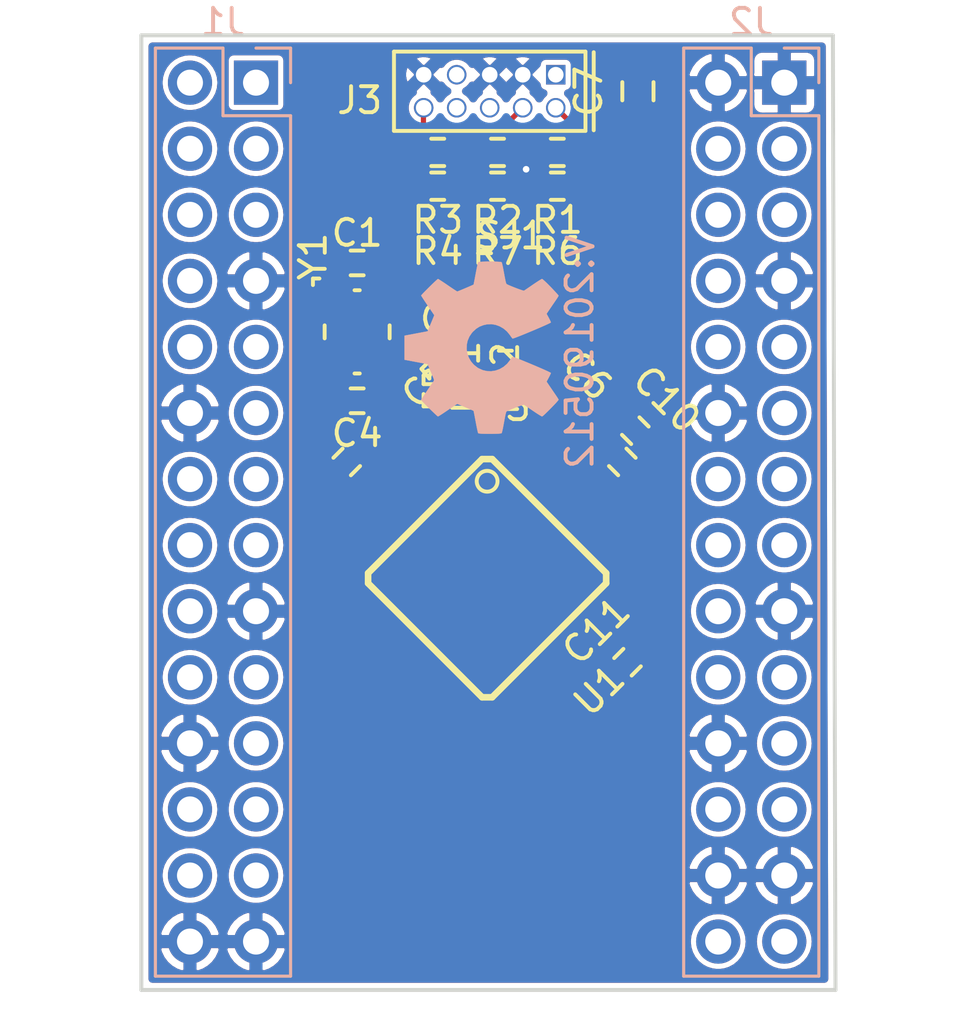
<source format=kicad_pcb>
(kicad_pcb (version 20171130) (host pcbnew 5.1.2-f72e74a~84~ubuntu18.04.1)
  (layers (0 F.Cu signal) (31 B.Cu signal) (34 B.Paste user) (35 F.Paste user) (36 B.SilkS user) (37 F.SilkS user) (38 B.Mask user) (39 F.Mask user) (44 Edge.Cuts user))
  (net 0 "")
  (net 1 VSS)
  (net 2 VDD)
  (net 3 /PIO0_3)
  (net 4 /PIO0_2)
  (net 5 /PIO0_10)
  (net 6 "Net-(J3-Pad2)")
  (net 7 "Net-(J3-Pad4)")
  (net 8 "Net-(J3-Pad10)")
  (net 9 /RESET)
  (net 10 "Net-(FB1-Pad2)")
  (net 11 /XTALOUT)
  (net 12 "Net-(C10-Pad1)")
  (net 13 "Net-(C11-Pad2)")
  (net 14 "Net-(C11-Pad1)")
  (net 15 /XTALIN)
  (net 16 /PIO1_3)
  (net 17 /PIO2_9)
  (net 18 /PIO0_7)
  (net 19 /PIO0_6)
  (net 20 /PIO3_5)
  (net 21 /PIO2_5)
  (net 22 /PIO2_4)
  (net 23 /PIO3_4)
  (net 24 /PIO1_9)
  (net 25 /PIO0_5)
  (net 26 /PIO0_4)
  (net 27 /PIO2_1)
  (net 28 /PIO2_8)
  (net 29 /PIO2_7)
  (net 30 /PIO1_8)
  (net 31 /PIO0_1)
  (net 32 /PIO2_0)
  (net 33 /PIO2_6)
  (net 34 /PIO2_2)
  (net 35 /PIO0_8)
  (net 36 /PIO0_9)
  (net 37 /PIO1_10)
  (net 38 /PIO0_11)
  (net 39 /PIO1_0)
  (net 40 /PIO1_1)
  (net 41 /PIO1_2)
  (net 42 /PIO3_0)
  (net 43 /PIO2_3)
  (net 44 /PIO1_4)
  (net 45 /PIO1_11)
  (net 46 /PIO1_5)
  (net 47 /PIO1_6)
  (net 48 /PIO1_7)
  (net 49 /PIO3_3)
  (module SquantorRcl:C_0402 (layer F.Cu) (at 89.6 107.3 180)
    (fp_text reference C3 (at 0 -1.7) (layer F.SilkS))
    (fp_text value 1u)
    (fp_line (start -0.25 0.475) (end 0.25 0.475) (layer F.SilkS) (width 0.15))
    (fp_line (start 0.25 -0.475) (end -0.25 -0.475) (layer F.SilkS) (width 0.15))
    (pad 2 smd rect (at 0.55 0 180) (size 0.6 0.5) (layers F.Cu F.Paste F.Mask) (net 13 "Net-(C11-Pad2)"))
    (pad 1 smd rect (at -0.55 0 180) (size 0.6 0.5) (layers F.Cu F.Paste F.Mask) (net 14 "Net-(C11-Pad1)"))
  )
  (module SquantorRcl:C_0402 (layer F.Cu) (at 87.3 107.3)
    (fp_text reference C2 (at 0 -1.7) (layer F.SilkS))
    (fp_text value 1u)
    (fp_line (start -0.25 0.475) (end 0.25 0.475) (layer F.SilkS) (width 0.15))
    (fp_line (start 0.25 -0.475) (end -0.25 -0.475) (layer F.SilkS) (width 0.15))
    (pad 2 smd rect (at 0.55 0) (size 0.6 0.5) (layers F.Cu F.Paste F.Mask) (net 1 VSS))
    (pad 1 smd rect (at -0.55 0) (size 0.6 0.5) (layers F.Cu F.Paste F.Mask) (net 12 "Net-(C10-Pad1)"))
  )
  (module Connector_PinHeader_2.54mm:PinHeader_2x14_P2.54mm_Vertical (layer B.Cu) (at 100.33 96.52 180)
    (fp_text reference J2 (at 1.27 2.33) (layer B.SilkS) (effects (justify mirror)))
    (fp_text value Conn_02x14_Odd_Even)
    (fp_line (start -1.33 1.33) (end 0 1.33) (layer B.SilkS) (width 0.12))
    (fp_line (start -1.33 0) (end -1.33 1.33) (layer B.SilkS) (width 0.12))
    (fp_line (start 1.27 1.33) (end 3.87 1.33) (layer B.SilkS) (width 0.12))
    (fp_line (start 1.27 -1.27) (end 1.27 1.33) (layer B.SilkS) (width 0.12))
    (fp_line (start -1.33 -1.27) (end 1.27 -1.27) (layer B.SilkS) (width 0.12))
    (fp_line (start 3.87 1.33) (end 3.87 -34.35) (layer B.SilkS) (width 0.12))
    (fp_line (start -1.33 -1.27) (end -1.33 -34.35) (layer B.SilkS) (width 0.12))
    (fp_line (start -1.33 -34.35) (end 3.87 -34.35) (layer B.SilkS) (width 0.12))
    (pad 28 thru_hole oval (at 2.54 -33.02 180) (size 1.7 1.7) (drill 1) (layers *.Cu *.Mask) (net 2 VDD))
    (pad 27 thru_hole oval (at 0 -33.02 180) (size 1.7 1.7) (drill 1) (layers *.Cu *.Mask) (net 2 VDD))
    (pad 26 thru_hole oval (at 2.54 -30.48 180) (size 1.7 1.7) (drill 1) (layers *.Cu *.Mask) (net 1 VSS))
    (pad 25 thru_hole oval (at 0 -30.48 180) (size 1.7 1.7) (drill 1) (layers *.Cu *.Mask) (net 1 VSS))
    (pad 24 thru_hole oval (at 2.54 -27.94 180) (size 1.7 1.7) (drill 1) (layers *.Cu *.Mask) (net 34 /PIO2_2))
    (pad 23 thru_hole oval (at 0 -27.94 180) (size 1.7 1.7) (drill 1) (layers *.Cu *.Mask) (net 35 /PIO0_8))
    (pad 22 thru_hole oval (at 2.54 -25.4 180) (size 1.7 1.7) (drill 1) (layers *.Cu *.Mask) (net 1 VSS))
    (pad 21 thru_hole oval (at 0 -25.4 180) (size 1.7 1.7) (drill 1) (layers *.Cu *.Mask) (net 36 /PIO0_9))
    (pad 20 thru_hole oval (at 2.54 -22.86 180) (size 1.7 1.7) (drill 1) (layers *.Cu *.Mask) (net 5 /PIO0_10))
    (pad 19 thru_hole oval (at 0 -22.86 180) (size 1.7 1.7) (drill 1) (layers *.Cu *.Mask) (net 37 /PIO1_10))
    (pad 18 thru_hole oval (at 2.54 -20.32 180) (size 1.7 1.7) (drill 1) (layers *.Cu *.Mask) (net 38 /PIO0_11))
    (pad 17 thru_hole oval (at 0 -20.32 180) (size 1.7 1.7) (drill 1) (layers *.Cu *.Mask) (net 1 VSS))
    (pad 16 thru_hole oval (at 2.54 -17.78 180) (size 1.7 1.7) (drill 1) (layers *.Cu *.Mask) (net 39 /PIO1_0))
    (pad 15 thru_hole oval (at 0 -17.78 180) (size 1.7 1.7) (drill 1) (layers *.Cu *.Mask) (net 40 /PIO1_1))
    (pad 14 thru_hole oval (at 2.54 -15.24 180) (size 1.7 1.7) (drill 1) (layers *.Cu *.Mask) (net 41 /PIO1_2))
    (pad 13 thru_hole oval (at 0 -15.24 180) (size 1.7 1.7) (drill 1) (layers *.Cu *.Mask) (net 42 /PIO3_0))
    (pad 12 thru_hole oval (at 2.54 -12.7 180) (size 1.7 1.7) (drill 1) (layers *.Cu *.Mask) (net 1 VSS))
    (pad 11 thru_hole oval (at 0 -12.7 180) (size 1.7 1.7) (drill 1) (layers *.Cu *.Mask) (net 43 /PIO2_3))
    (pad 10 thru_hole oval (at 2.54 -10.16 180) (size 1.7 1.7) (drill 1) (layers *.Cu *.Mask) (net 16 /PIO1_3))
    (pad 9 thru_hole oval (at 0 -10.16 180) (size 1.7 1.7) (drill 1) (layers *.Cu *.Mask) (net 44 /PIO1_4))
    (pad 8 thru_hole oval (at 2.54 -7.62 180) (size 1.7 1.7) (drill 1) (layers *.Cu *.Mask) (net 45 /PIO1_11))
    (pad 7 thru_hole oval (at 0 -7.62 180) (size 1.7 1.7) (drill 1) (layers *.Cu *.Mask) (net 1 VSS))
    (pad 6 thru_hole oval (at 2.54 -5.08 180) (size 1.7 1.7) (drill 1) (layers *.Cu *.Mask) (net 46 /PIO1_5))
    (pad 5 thru_hole oval (at 0 -5.08 180) (size 1.7 1.7) (drill 1) (layers *.Cu *.Mask) (net 47 /PIO1_6))
    (pad 4 thru_hole oval (at 2.54 -2.54 180) (size 1.7 1.7) (drill 1) (layers *.Cu *.Mask) (net 48 /PIO1_7))
    (pad 3 thru_hole oval (at 0 -2.54 180) (size 1.7 1.7) (drill 1) (layers *.Cu *.Mask) (net 49 /PIO3_3))
    (pad 2 thru_hole oval (at 2.54 0 180) (size 1.7 1.7) (drill 1) (layers *.Cu *.Mask) (net 1 VSS))
    (pad 1 thru_hole rect (at 0 0 180) (size 1.7 1.7) (drill 1) (layers *.Cu *.Mask) (net 1 VSS))
  )
  (module Connector_PinHeader_2.54mm:PinHeader_2x14_P2.54mm_Vertical (layer B.Cu) (at 80.01 96.52 180)
    (fp_text reference J1 (at 1.27 2.33) (layer B.SilkS) (effects (justify mirror)))
    (fp_text value Conn_02x14_Odd_Even)
    (fp_line (start -1.33 1.33) (end 0 1.33) (layer B.SilkS) (width 0.12))
    (fp_line (start -1.33 0) (end -1.33 1.33) (layer B.SilkS) (width 0.12))
    (fp_line (start 1.27 1.33) (end 3.87 1.33) (layer B.SilkS) (width 0.12))
    (fp_line (start 1.27 -1.27) (end 1.27 1.33) (layer B.SilkS) (width 0.12))
    (fp_line (start -1.33 -1.27) (end 1.27 -1.27) (layer B.SilkS) (width 0.12))
    (fp_line (start 3.87 1.33) (end 3.87 -34.35) (layer B.SilkS) (width 0.12))
    (fp_line (start -1.33 -1.27) (end -1.33 -34.35) (layer B.SilkS) (width 0.12))
    (fp_line (start -1.33 -34.35) (end 3.87 -34.35) (layer B.SilkS) (width 0.12))
    (pad 28 thru_hole oval (at 2.54 -33.02 180) (size 1.7 1.7) (drill 1) (layers *.Cu *.Mask) (net 1 VSS))
    (pad 27 thru_hole oval (at 0 -33.02 180) (size 1.7 1.7) (drill 1) (layers *.Cu *.Mask) (net 1 VSS))
    (pad 26 thru_hole oval (at 2.54 -30.48 180) (size 1.7 1.7) (drill 1) (layers *.Cu *.Mask) (net 17 /PIO2_9))
    (pad 25 thru_hole oval (at 0 -30.48 180) (size 1.7 1.7) (drill 1) (layers *.Cu *.Mask) (net 18 /PIO0_7))
    (pad 24 thru_hole oval (at 2.54 -27.94 180) (size 1.7 1.7) (drill 1) (layers *.Cu *.Mask) (net 19 /PIO0_6))
    (pad 23 thru_hole oval (at 0 -27.94 180) (size 1.7 1.7) (drill 1) (layers *.Cu *.Mask) (net 20 /PIO3_5))
    (pad 22 thru_hole oval (at 2.54 -25.4 180) (size 1.7 1.7) (drill 1) (layers *.Cu *.Mask) (net 1 VSS))
    (pad 21 thru_hole oval (at 0 -25.4 180) (size 1.7 1.7) (drill 1) (layers *.Cu *.Mask) (net 21 /PIO2_5))
    (pad 20 thru_hole oval (at 2.54 -22.86 180) (size 1.7 1.7) (drill 1) (layers *.Cu *.Mask) (net 22 /PIO2_4))
    (pad 19 thru_hole oval (at 0 -22.86 180) (size 1.7 1.7) (drill 1) (layers *.Cu *.Mask) (net 23 /PIO3_4))
    (pad 18 thru_hole oval (at 2.54 -20.32 180) (size 1.7 1.7) (drill 1) (layers *.Cu *.Mask) (net 24 /PIO1_9))
    (pad 17 thru_hole oval (at 0 -20.32 180) (size 1.7 1.7) (drill 1) (layers *.Cu *.Mask) (net 1 VSS))
    (pad 16 thru_hole oval (at 2.54 -17.78 180) (size 1.7 1.7) (drill 1) (layers *.Cu *.Mask) (net 25 /PIO0_5))
    (pad 15 thru_hole oval (at 0 -17.78 180) (size 1.7 1.7) (drill 1) (layers *.Cu *.Mask) (net 26 /PIO0_4))
    (pad 14 thru_hole oval (at 2.54 -15.24 180) (size 1.7 1.7) (drill 1) (layers *.Cu *.Mask) (net 3 /PIO0_3))
    (pad 13 thru_hole oval (at 0 -15.24 180) (size 1.7 1.7) (drill 1) (layers *.Cu *.Mask) (net 27 /PIO2_1))
    (pad 12 thru_hole oval (at 2.54 -12.7 180) (size 1.7 1.7) (drill 1) (layers *.Cu *.Mask) (net 1 VSS))
    (pad 11 thru_hole oval (at 0 -12.7 180) (size 1.7 1.7) (drill 1) (layers *.Cu *.Mask) (net 28 /PIO2_8))
    (pad 10 thru_hole oval (at 2.54 -10.16 180) (size 1.7 1.7) (drill 1) (layers *.Cu *.Mask) (net 29 /PIO2_7))
    (pad 9 thru_hole oval (at 0 -10.16 180) (size 1.7 1.7) (drill 1) (layers *.Cu *.Mask) (net 4 /PIO0_2))
    (pad 8 thru_hole oval (at 2.54 -7.62 180) (size 1.7 1.7) (drill 1) (layers *.Cu *.Mask) (net 30 /PIO1_8))
    (pad 7 thru_hole oval (at 0 -7.62 180) (size 1.7 1.7) (drill 1) (layers *.Cu *.Mask) (net 1 VSS))
    (pad 6 thru_hole oval (at 2.54 -5.08 180) (size 1.7 1.7) (drill 1) (layers *.Cu *.Mask) (net 31 /PIO0_1))
    (pad 5 thru_hole oval (at 0 -5.08 180) (size 1.7 1.7) (drill 1) (layers *.Cu *.Mask) (net 9 /RESET))
    (pad 4 thru_hole oval (at 2.54 -2.54 180) (size 1.7 1.7) (drill 1) (layers *.Cu *.Mask) (net 32 /PIO2_0))
    (pad 3 thru_hole oval (at 0 -2.54 180) (size 1.7 1.7) (drill 1) (layers *.Cu *.Mask) (net 33 /PIO2_6))
    (pad 2 thru_hole oval (at 2.54 0 180) (size 1.7 1.7) (drill 1) (layers *.Cu *.Mask) (net 2 VDD))
    (pad 1 thru_hole rect (at 0 0 180) (size 1.7 1.7) (drill 1) (layers *.Cu *.Mask) (net 2 VDD))
  )
  (module SquantorRcl:C_0603 (layer F.Cu) (at 94.7 96.85 90)
    (fp_text reference C7 (at 0 -1.9 90) (layer F.SilkS))
    (fp_text value 10u)
    (fp_line (start 0.35 0.6) (end -0.35 0.6) (layer F.SilkS) (width 0.15))
    (fp_line (start -0.35 -0.6) (end 0.35 -0.6) (layer F.SilkS) (width 0.15))
    (pad 2 smd rect (at 0.75 0 90) (size 0.8 0.75) (layers F.Cu F.Paste F.Mask) (net 2 VDD))
    (pad 1 smd rect (at -0.75 0 90) (size 0.8 0.75) (layers F.Cu F.Paste F.Mask) (net 1 VSS))
  )
  (module SquantorCrystal:Crystal_3225_4 (layer F.Cu) (at 83.9 106.1 270)
    (fp_text reference Y1 (at -2.9 1.7 270) (layer F.SilkS))
    (fp_text value 12MHz hide)
    (fp_line (start -2.05 1.45) (end -2.05 1.7) (layer F.SilkS) (width 0.15))
    (fp_line (start -2.05 1.7) (end -1.8 1.7) (layer F.SilkS) (width 0.15))
    (fp_line (start -0.25 1.25) (end 0.25 1.25) (layer F.SilkS) (width 0.15))
    (fp_line (start 1.6 0.1) (end 1.6 -0.1) (layer F.SilkS) (width 0.15))
    (fp_line (start -0.25 -1.25) (end 0.25 -1.25) (layer F.SilkS) (width 0.15))
    (fp_line (start -1.6 -0.1) (end -1.6 0.1) (layer F.SilkS) (width 0.15))
    (pad 1 smd rect (at -1.1 0.85 270) (size 1.4 1.2) (layers F.Cu F.Paste F.Mask) (net 11 /XTALOUT))
    (pad 2 smd rect (at 1.1 0.85 270) (size 1.4 1.2) (layers F.Cu F.Paste F.Mask) (net 1 VSS))
    (pad 3 smd rect (at 1.1 -0.85 270) (size 1.4 1.2) (layers F.Cu F.Paste F.Mask) (net 15 /XTALIN))
    (pad 4 smd rect (at -1.1 -0.85 270) (size 1.4 1.2) (layers F.Cu F.Paste F.Mask) (net 1 VSS))
  )
  (module SquantorLabels:Label_version (layer B.Cu) (at 92.6 107.95 270)
    (fp_text reference N2 hide)
    (fp_text value 20190512 (at -0.4 0.137362 270) (layer B.SilkS) (effects (justify mirror)))
    (fp_text user V: (at -4.9 0.1 270) (layer B.SilkS) (effects (justify mirror)))
  )
  (module Symbols:OSHW-Symbol_6.7x6mm_SilkScreen (layer B.Cu) (at 88.7 106.7 270)
    (fp_text reference N1 hide)
    (fp_text value OHWLOGO hide)
    (fp_poly (pts (xy 0.555814 2.531069) (xy 0.639635 2.086445) (xy 0.94892 1.958947) (xy 1.258206 1.831449) (xy 1.629246 2.083754) (xy 1.733157 2.154004) (xy 1.827087 2.216728) (xy 1.906652 2.269062) (xy 1.96747 2.308143) (xy 2.005157 2.331107) (xy 2.015421 2.336058) (xy 2.03391 2.323324) (xy 2.07342 2.288118) (xy 2.129522 2.234938) (xy 2.197787 2.168282) (xy 2.273786 2.092646) (xy 2.353092 2.012528) (xy 2.431275 1.932426) (xy 2.503907 1.856836) (xy 2.566559 1.790255) (xy 2.614803 1.737182) (xy 2.64421 1.702113) (xy 2.651241 1.690377) (xy 2.641123 1.66874) (xy 2.612759 1.621338) (xy 2.569129 1.552807) (xy 2.513218 1.467785) (xy 2.448006 1.370907) (xy 2.410219 1.31565) (xy 2.341343 1.214752) (xy 2.28014 1.123701) (xy 2.229578 1.04703) (xy 2.192628 0.989272) (xy 2.172258 0.954957) (xy 2.169197 0.947746) (xy 2.176136 0.927252) (xy 2.195051 0.879487) (xy 2.223087 0.811168) (xy 2.257391 0.729011) (xy 2.295109 0.63973) (xy 2.333387 0.550042) (xy 2.36937 0.466662) (xy 2.400206 0.396306) (xy 2.423039 0.34569) (xy 2.435017 0.321529) (xy 2.435724 0.320578) (xy 2.454531 0.315964) (xy 2.504618 0.305672) (xy 2.580793 0.290713) (xy 2.677865 0.272099) (xy 2.790643 0.250841) (xy 2.856442 0.238582) (xy 2.97695 0.215638) (xy 3.085797 0.193805) (xy 3.177476 0.174278) (xy 3.246481 0.158252) (xy 3.287304 0.146921) (xy 3.295511 0.143326) (xy 3.303548 0.118994) (xy 3.310033 0.064041) (xy 3.31497 -0.015108) (xy 3.318364 -0.112026) (xy 3.320218 -0.220287) (xy 3.320538 -0.333465) (xy 3.319327 -0.445135) (xy 3.31659 -0.548868) (xy 3.312331 -0.638241) (xy 3.306555 -0.706826) (xy 3.299267 -0.748197) (xy 3.294895 -0.75681) (xy 3.268764 -0.767133) (xy 3.213393 -0.781892) (xy 3.136107 -0.799352) (xy 3.04423 -0.81778) (xy 3.012158 -0.823741) (xy 2.857524 -0.852066) (xy 2.735375 -0.874876) (xy 2.641673 -0.89308) (xy 2.572384 -0.907583) (xy 2.523471 -0.919292) (xy 2.490897 -0.929115) (xy 2.470628 -0.937956) (xy 2.458626 -0.946724) (xy 2.456947 -0.948457) (xy 2.440184 -0.976371) (xy 2.414614 -1.030695) (xy 2.382788 -1.104777) (xy 2.34726 -1.191965) (xy 2.310583 -1.285608) (xy 2.275311 -1.379052) (xy 2.243996 -1.465647) (xy 2.219193 -1.53874) (xy 2.203454 -1.591678) (xy 2.199332 -1.617811) (xy 2.199676 -1.618726) (xy 2.213641 -1.640086) (xy 2.245322 -1.687084) (xy 2.291391 -1.754827) (xy 2.348518 -1.838423) (xy 2.413373 -1.932982) (xy 2.431843 -1.959854) (xy 2.497699 -2.057275) (xy 2.55565 -2.146163) (xy 2.602538 -2.221412) (xy 2.635207 -2.27792) (xy 2.6505 -2.310581) (xy 2.651241 -2.314593) (xy 2.638392 -2.335684) (xy 2.602888 -2.377464) (xy 2.549293 -2.435445) (xy 2.482171 -2.505135) (xy 2.406087 -2.582045) (xy 2.325604 -2.661683) (xy 2.245287 -2.739561) (xy 2.169699 -2.811186) (xy 2.103405 -2.87207) (xy 2.050969 -2.917721) (xy 2.016955 -2.94365) (xy 2.007545 -2.947883) (xy 1.985643 -2.937912) (xy 1.9408 -2.91102) (xy 1.880321 -2.871736) (xy 1.833789 -2.840117) (xy 1.749475 -2.782098) (xy 1.649626 -2.713784) (xy 1.549473 -2.645579) (xy 1.495627 -2.609075) (xy 1.313371 -2.4858) (xy 1.160381 -2.56852) (xy 1.090682 -2.604759) (xy 1.031414 -2.632926) (xy 0.991311 -2.648991) (xy 0.981103 -2.651226) (xy 0.968829 -2.634722) (xy 0.944613 -2.588082) (xy 0.910263 -2.515609) (xy 0.867588 -2.421606) (xy 0.818394 -2.310374) (xy 0.76449 -2.186215) (xy 0.707684 -2.053432) (xy 0.649782 -1.916327) (xy 0.592593 -1.779202) (xy 0.537924 -1.646358) (xy 0.487584 -1.522098) (xy 0.44338 -1.410725) (xy 0.407119 -1.316539) (xy 0.380609 -1.243844) (xy 0.365658 -1.196941) (xy 0.363254 -1.180833) (xy 0.382311 -1.160286) (xy 0.424036 -1.126933) (xy 0.479706 -1.087702) (xy 0.484378 -1.084599) (xy 0.628264 -0.969423) (xy 0.744283 -0.835053) (xy 0.83143 -0.685784) (xy 0.888699 -0.525913) (xy 0.915086 -0.359737) (xy 0.909585 -0.191552) (xy 0.87119 -0.025655) (xy 0.798895 0.133658) (xy 0.777626 0.168513) (xy 0.666996 0.309263) (xy 0.536302 0.422286) (xy 0.390064 0.506997) (xy 0.232808 0.562806) (xy 0.069057 0.589126) (xy -0.096667 0.58537) (xy -0.259838 0.55095) (xy -0.415935 0.485277) (xy -0.560433 0.387765) (xy -0.605131 0.348187) (xy -0.718888 0.224297) (xy -0.801782 0.093876) (xy -0.858644 -0.052315) (xy -0.890313 -0.197088) (xy -0.898131 -0.35986) (xy -0.872062 -0.52344) (xy -0.814755 -0.682298) (xy -0.728856 -0.830906) (xy -0.617014 -0.963735) (xy -0.481877 -1.075256) (xy -0.464117 -1.087011) (xy -0.40785 -1.125508) (xy -0.365077 -1.158863) (xy -0.344628 -1.18016) (xy -0.344331 -1.180833) (xy -0.348721 -1.203871) (xy -0.366124 -1.256157) (xy -0.394732 -1.33339) (xy -0.432735 -1.431268) (xy -0.478326 -1.545491) (xy -0.529697 -1.671758) (xy -0.585038 -1.805767) (xy -0.642542 -1.943218) (xy -0.700399 -2.079808) (xy -0.756802 -2.211237) (xy -0.809942 -2.333205) (xy -0.85801 -2.441409) (xy -0.899199 -2.531549) (xy -0.931699 -2.599323) (xy -0.953703 -2.64043) (xy -0.962564 -2.651226) (xy -0.98964 -2.642819) (xy -1.040303 -2.620272) (xy -1.105817 -2.587613) (xy -1.141841 -2.56852) (xy -1.294832 -2.4858) (xy -1.477088 -2.609075) (xy -1.570125 -2.672228) (xy -1.671985 -2.741727) (xy -1.767438 -2.807165) (xy -1.81525 -2.840117) (xy -1.882495 -2.885273) (xy -1.939436 -2.921057) (xy -1.978646 -2.942938) (xy -1.991381 -2.947563) (xy -2.009917 -2.935085) (xy -2.050941 -2.900252) (xy -2.110475 -2.846678) (xy -2.184542 -2.777983) (xy -2.269165 -2.697781) (xy -2.322685 -2.646286) (xy -2.416319 -2.554286) (xy -2.497241 -2.471999) (xy -2.562177 -2.402945) (xy -2.607858 -2.350644) (xy -2.631011 -2.318616) (xy -2.633232 -2.312116) (xy -2.622924 -2.287394) (xy -2.594439 -2.237405) (xy -2.550937 -2.167212) (xy -2.495577 -2.081875) (xy -2.43152 -1.986456) (xy -2.413303 -1.959854) (xy -2.346927 -1.863167) (xy -2.287378 -1.776117) (xy -2.237984 -1.703595) (xy -2.202075 -1.650493) (xy -2.182981 -1.621703) (xy -2.181136 -1.618726) (xy -2.183895 -1.595782) (xy -2.198538 -1.545336) (xy -2.222513 -1.474041) (xy -2.253266 -1.388547) (xy -2.288244 -1.295507) (xy -2.324893 -1.201574) (xy -2.360661 -1.113399) (xy -2.392994 -1.037634) (xy -2.419338 -0.980931) (xy -2.437142 -0.949943) (xy -2.438407 -0.948457) (xy -2.449294 -0.939601) (xy -2.467682 -0.930843) (xy -2.497606 -0.921277) (xy -2.543103 -0.909996) (xy -2.608209 -0.896093) (xy -2.696961 -0.878663) (xy -2.813393 -0.856798) (xy -2.961542 -0.829591) (xy -2.993618 -0.823741) (xy -3.088686 -0.805374) (xy -3.171565 -0.787405) (xy -3.23493 -0.771569) (xy -3.271458 -0.7596) (xy -3.276356 -0.75681) (xy -3.284427 -0.732072) (xy -3.290987 -0.67679) (xy -3.296033 -0.597389) (xy -3.299559 -0.500296) (xy -3.301561 -0.391938) (xy -3.302036 -0.27874) (xy -3.300977 -0.167128) (xy -3.298382 -0.063529) (xy -3.294246 0.025632) (xy -3.288563 0.093928) (xy -3.281331 0.134934) (xy -3.276971 0.143326) (xy -3.252698 0.151792) (xy -3.197426 0.165565) (xy -3.116662 0.18345) (xy -3.015912 0.204252) (xy -2.900683 0.226777) (xy -2.837902 0.238582) (xy -2.718787 0.260849) (xy -2.612565 0.281021) (xy -2.524427 0.298085) (xy -2.459566 0.311031) (xy -2.423174 0.318845) (xy -2.417184 0.320578) (xy -2.407061 0.34011) (xy -2.385662 0.387157) (xy -2.355839 0.454997) (xy -2.320445 0.536909) (xy -2.282332 0.626172) (xy -2.244353 0.716065) (xy -2.20936 0.799865) (xy -2.180206 0.870853) (xy -2.159743 0.922306) (xy -2.150823 0.947503) (xy -2.150657 0.948604) (xy -2.160769 0.968481) (xy -2.189117 1.014223) (xy -2.232723 1.081283) (xy -2.288606 1.165116) (xy -2.353787 1.261174) (xy -2.391679 1.31635) (xy -2.460725 1.417519) (xy -2.52205 1.50937) (xy -2.572663 1.587256) (xy -2.609571 1.646531) (xy -2.629782 1.682549) (xy -2.632701 1.690623) (xy -2.620153 1.709416) (xy -2.585463 1.749543) (xy -2.533063 1.806507) (xy -2.467384 1.875815) (xy -2.392856 1.952969) (xy -2.313913 2.033475) (xy -2.234983 2.112837) (xy -2.1605 2.18656) (xy -2.094894 2.250148) (xy -2.042596 2.299106) (xy -2.008039 2.328939) (xy -1.996478 2.336058) (xy -1.977654 2.326047) (xy -1.932631 2.297922) (xy -1.865787 2.254546) (xy -1.781499 2.198782) (xy -1.684144 2.133494) (xy -1.610707 2.083754) (xy -1.239667 1.831449) (xy -0.621095 2.086445) (xy -0.537275 2.531069) (xy -0.453454 2.975693) (xy 0.471994 2.975693) (xy 0.555814 2.531069)) (layer B.SilkS) (width 0.01))
  )
  (module SquantorRcl:C_0402 (layer F.Cu) (at 83.9 103.45)
    (fp_text reference C1 (at 0 -1.15) (layer F.SilkS))
    (fp_text value 18p)
    (fp_line (start 0.25 -0.475) (end -0.25 -0.475) (layer F.SilkS) (width 0.15))
    (fp_line (start -0.25 0.475) (end 0.25 0.475) (layer F.SilkS) (width 0.15))
    (pad 1 smd rect (at -0.55 0) (size 0.6 0.5) (layers F.Cu F.Paste F.Mask) (net 11 /XTALOUT))
    (pad 2 smd rect (at 0.55 0) (size 0.6 0.5) (layers F.Cu F.Paste F.Mask) (net 1 VSS))
  )
  (module SquantorRcl:C_0402 (layer F.Cu) (at 83.9 108.75 180)
    (fp_text reference C4 (at 0 -1.25 180) (layer F.SilkS))
    (fp_text value 18p)
    (fp_line (start -0.25 0.475) (end 0.25 0.475) (layer F.SilkS) (width 0.15))
    (fp_line (start 0.25 -0.475) (end -0.25 -0.475) (layer F.SilkS) (width 0.15))
    (pad 2 smd rect (at 0.55 0 180) (size 0.6 0.5) (layers F.Cu F.Paste F.Mask) (net 1 VSS))
    (pad 1 smd rect (at -0.55 0 180) (size 0.6 0.5) (layers F.Cu F.Paste F.Mask) (net 15 /XTALIN))
  )
  (module SquantorRcl:C_0402 (layer F.Cu) (at 83.5 111.1 45)
    (fp_text reference C5 (at 4.3 0.05 45) (layer F.SilkS))
    (fp_text value 100n)
    (fp_line (start -0.25 0.475) (end 0.25 0.475) (layer F.SilkS) (width 0.15))
    (fp_line (start 0.25 -0.475) (end -0.25 -0.475) (layer F.SilkS) (width 0.15))
    (pad 2 smd rect (at 0.55 0 45) (size 0.6 0.5) (layers F.Cu F.Paste F.Mask) (net 1 VSS))
    (pad 1 smd rect (at -0.55 0 45) (size 0.6 0.5) (layers F.Cu F.Paste F.Mask) (net 12 "Net-(C10-Pad1)"))
  )
  (module SquantorRcl:C_0402 (layer F.Cu) (at 94.1 111.1 315)
    (fp_text reference C6 (at -3.3 -1.4 315) (layer F.SilkS))
    (fp_text value 100n)
    (fp_line (start 0.25 -0.475) (end -0.25 -0.475) (layer F.SilkS) (width 0.15))
    (fp_line (start -0.25 0.475) (end 0.25 0.475) (layer F.SilkS) (width 0.15))
    (pad 1 smd rect (at -0.55 0 315) (size 0.6 0.5) (layers F.Cu F.Paste F.Mask) (net 14 "Net-(C11-Pad1)"))
    (pad 2 smd rect (at 0.55 0 315) (size 0.6 0.5) (layers F.Cu F.Paste F.Mask) (net 13 "Net-(C11-Pad2)"))
  )
  (module SquantorRcl:C_0402 (layer F.Cu) (at 88.8 105.45 270)
    (fp_text reference FB1 (at 2.4 0.7 270) (layer F.SilkS))
    (fp_text value 600)
    (fp_line (start 0.25 -0.475) (end -0.25 -0.475) (layer F.SilkS) (width 0.15))
    (fp_line (start -0.25 0.475) (end 0.25 0.475) (layer F.SilkS) (width 0.15))
    (pad 1 smd rect (at -0.55 0 270) (size 0.6 0.5) (layers F.Cu F.Paste F.Mask) (net 12 "Net-(C10-Pad1)"))
    (pad 2 smd rect (at 0.55 0 270) (size 0.6 0.5) (layers F.Cu F.Paste F.Mask) (net 10 "Net-(FB1-Pad2)"))
  )
  (module SquantorRcl:C_0402 (layer F.Cu) (at 90.1 105.5 270)
    (fp_text reference FB2 (at 2.4 0.5 270) (layer F.SilkS))
    (fp_text value 600)
    (fp_line (start -0.25 0.475) (end 0.25 0.475) (layer F.SilkS) (width 0.15))
    (fp_line (start 0.25 -0.475) (end -0.25 -0.475) (layer F.SilkS) (width 0.15))
    (pad 2 smd rect (at 0.55 0 270) (size 0.6 0.5) (layers F.Cu F.Paste F.Mask) (net 10 "Net-(FB1-Pad2)"))
    (pad 1 smd rect (at -0.55 0 270) (size 0.6 0.5) (layers F.Cu F.Paste F.Mask) (net 14 "Net-(C11-Pad1)"))
  )
  (module SquantorRcl:C_0402 (layer F.Cu) (at 87.6 105.4 270)
    (fp_text reference FB3 (at 2.4 0.6 270) (layer F.SilkS))
    (fp_text value 600)
    (fp_line (start 0.25 -0.475) (end -0.25 -0.475) (layer F.SilkS) (width 0.15))
    (fp_line (start -0.25 0.475) (end 0.25 0.475) (layer F.SilkS) (width 0.15))
    (pad 1 smd rect (at -0.55 0 270) (size 0.6 0.5) (layers F.Cu F.Paste F.Mask) (net 13 "Net-(C11-Pad2)"))
    (pad 2 smd rect (at 0.55 0 270) (size 0.6 0.5) (layers F.Cu F.Paste F.Mask) (net 1 VSS))
  )
  (module SquantorConnectors:Header-0127-2X05-H006 (layer F.Cu) (at 89 96.85 180)
    (fp_text reference J3 (at 5 -0.35 180) (layer F.SilkS))
    (fp_text value JTAG_2X05 hide)
    (fp_line (start -4 -1.5) (end -4 1.5) (layer F.SilkS) (width 0.15))
    (fp_line (start -3.683 1.524) (end -3.683 -1.524) (layer F.SilkS) (width 0.15))
    (fp_line (start 3.683 1.524) (end -3.683 1.524) (layer F.SilkS) (width 0.15))
    (fp_line (start 3.683 -1.524) (end 3.683 1.524) (layer F.SilkS) (width 0.15))
    (fp_line (start -3.683 -1.524) (end 3.683 -1.524) (layer F.SilkS) (width 0.15))
    (pad 1 thru_hole rect (at -2.54 0.635 180) (size 0.75 0.75) (drill 0.6) (layers *.Cu *.Mask) (net 2 VDD))
    (pad 2 thru_hole circle (at -2.54 -0.635 180) (size 0.75 0.75) (drill 0.6) (layers *.Cu *.Mask) (net 6 "Net-(J3-Pad2)"))
    (pad 3 thru_hole circle (at -1.27 0.635 180) (size 0.75 0.75) (drill 0.6) (layers *.Cu *.Mask) (net 1 VSS))
    (pad 4 thru_hole circle (at -1.27 -0.635 180) (size 0.75 0.75) (drill 0.6) (layers *.Cu *.Mask) (net 7 "Net-(J3-Pad4)"))
    (pad 5 thru_hole circle (at 0 0.635 180) (size 0.75 0.75) (drill 0.6) (layers *.Cu *.Mask) (net 1 VSS))
    (pad 6 thru_hole circle (at 0 -0.635 180) (size 0.75 0.75) (drill 0.6) (layers *.Cu *.Mask))
    (pad 7 thru_hole circle (at 1.27 0.635 180) (size 0.75 0.75) (drill 0.6) (layers *.Cu *.Mask))
    (pad 8 thru_hole circle (at 1.27 -0.635 180) (size 0.75 0.75) (drill 0.6) (layers *.Cu *.Mask))
    (pad 9 thru_hole circle (at 2.54 0.635 180) (size 0.75 0.75) (drill 0.6) (layers *.Cu *.Mask) (net 1 VSS))
    (pad 10 thru_hole circle (at 2.54 -0.635 180) (size 0.75 0.75) (drill 0.6) (layers *.Cu *.Mask) (net 8 "Net-(J3-Pad10)"))
  )
  (module SquantorRcl:R_0402_hand (layer F.Cu) (at 91.6 99.2 180)
    (fp_text reference R1 (at 0 -2.6 180) (layer F.SilkS))
    (fp_text value 100)
    (fp_line (start 0.25 -0.525) (end -0.25 -0.525) (layer F.SilkS) (width 0.15))
    (fp_line (start -0.25 0.525) (end 0.25 0.525) (layer F.SilkS) (width 0.15))
    (pad 1 smd rect (at -0.55 0 180) (size 0.6 0.6) (layers F.Cu F.Paste F.Mask) (net 6 "Net-(J3-Pad2)"))
    (pad 2 smd rect (at 0.55 0 180) (size 0.6 0.6) (layers F.Cu F.Paste F.Mask) (net 16 /PIO1_3))
  )
  (module SquantorRcl:R_0402_hand (layer F.Cu) (at 89.3 99.2 180)
    (fp_text reference R2 (at 0 -2.6 180) (layer F.SilkS))
    (fp_text value 100)
    (fp_line (start -0.25 0.525) (end 0.25 0.525) (layer F.SilkS) (width 0.15))
    (fp_line (start 0.25 -0.525) (end -0.25 -0.525) (layer F.SilkS) (width 0.15))
    (pad 2 smd rect (at 0.55 0 180) (size 0.6 0.6) (layers F.Cu F.Paste F.Mask) (net 5 /PIO0_10))
    (pad 1 smd rect (at -0.55 0 180) (size 0.6 0.6) (layers F.Cu F.Paste F.Mask) (net 7 "Net-(J3-Pad4)"))
  )
  (module SquantorRcl:R_0402_hand (layer F.Cu) (at 87 99.2)
    (fp_text reference R3 (at 0 2.6) (layer F.SilkS))
    (fp_text value 100)
    (fp_line (start 0.25 -0.525) (end -0.25 -0.525) (layer F.SilkS) (width 0.15))
    (fp_line (start -0.25 0.525) (end 0.25 0.525) (layer F.SilkS) (width 0.15))
    (pad 1 smd rect (at -0.55 0) (size 0.6 0.6) (layers F.Cu F.Paste F.Mask) (net 8 "Net-(J3-Pad10)"))
    (pad 2 smd rect (at 0.55 0) (size 0.6 0.6) (layers F.Cu F.Paste F.Mask) (net 9 /RESET))
  )
  (module SquantorRcl:R_0402_hand (layer F.Cu) (at 87 100.5)
    (fp_text reference R4 (at 0 2.5) (layer F.SilkS))
    (fp_text value 100K)
    (fp_line (start -0.25 0.525) (end 0.25 0.525) (layer F.SilkS) (width 0.15))
    (fp_line (start 0.25 -0.525) (end -0.25 -0.525) (layer F.SilkS) (width 0.15))
    (pad 2 smd rect (at 0.55 0) (size 0.6 0.6) (layers F.Cu F.Paste F.Mask) (net 9 /RESET))
    (pad 1 smd rect (at -0.55 0) (size 0.6 0.6) (layers F.Cu F.Paste F.Mask) (net 2 VDD))
  )
  (module SquantorRcl:R_0402_hand (layer F.Cu) (at 91.6 100.5 180)
    (fp_text reference R6 (at 0 -2.5 180) (layer F.SilkS))
    (fp_text value 100k)
    (fp_line (start 0.25 -0.525) (end -0.25 -0.525) (layer F.SilkS) (width 0.15))
    (fp_line (start -0.25 0.525) (end 0.25 0.525) (layer F.SilkS) (width 0.15))
    (pad 1 smd rect (at -0.55 0 180) (size 0.6 0.6) (layers F.Cu F.Paste F.Mask) (net 2 VDD))
    (pad 2 smd rect (at 0.55 0 180) (size 0.6 0.6) (layers F.Cu F.Paste F.Mask) (net 16 /PIO1_3))
  )
  (module SquantorRcl:R_0402_hand (layer F.Cu) (at 89.3 100.5 180)
    (fp_text reference R7 (at 0 -2.5 180) (layer F.SilkS))
    (fp_text value 100k)
    (fp_line (start -0.25 0.525) (end 0.25 0.525) (layer F.SilkS) (width 0.15))
    (fp_line (start 0.25 -0.525) (end -0.25 -0.525) (layer F.SilkS) (width 0.15))
    (pad 2 smd rect (at 0.55 0 180) (size 0.6 0.6) (layers F.Cu F.Paste F.Mask) (net 5 /PIO0_10))
    (pad 1 smd rect (at -0.55 0 180) (size 0.6 0.6) (layers F.Cu F.Paste F.Mask) (net 1 VSS))
  )
  (module SquantorSpecial:solder_jumper_2way_conn (layer F.Cu) (at 88.8 103.6 180)
    (fp_text reference SJ1 (at -1 1.2 180) (layer F.SilkS))
    (fp_text value SolderJumper_2way_1conn hide)
    (fp_line (start 0.25 -0.525) (end -0.25 -0.525) (layer F.SilkS) (width 0.15))
    (fp_line (start -0.25 0.525) (end 0.25 0.525) (layer F.SilkS) (width 0.15))
    (fp_line (start -0.3 0) (end 0.3 0) (layer F.Cu) (width 0.2))
    (pad 1 smd rect (at -0.45 0 180) (size 0.4 0.6) (layers F.Cu F.Paste F.Mask) (net 10 "Net-(FB1-Pad2)"))
    (pad 2 smd rect (at 0.45 0 180) (size 0.4 0.6) (layers F.Cu F.Paste F.Mask) (net 2 VDD))
  )
  (module SquantorRcl:C_0402 (layer F.Cu) (at 94.6 109.9 315)
    (fp_text reference C10 (at 0 -1.7 135) (layer F.SilkS))
    (fp_text value 100n)
    (fp_line (start -0.25 0.475) (end 0.25 0.475) (layer F.SilkS) (width 0.15))
    (fp_line (start 0.25 -0.475) (end -0.25 -0.475) (layer F.SilkS) (width 0.15))
    (pad 2 smd rect (at 0.55 0 315) (size 0.6 0.5) (layers F.Cu F.Paste F.Mask) (net 1 VSS))
    (pad 1 smd rect (at -0.55 0 315) (size 0.6 0.5) (layers F.Cu F.Paste F.Mask) (net 12 "Net-(C10-Pad1)"))
  )
  (module SquantorRcl:C_0402 (layer F.Cu) (at 94.3 118.8 45)
    (fp_text reference C11 (at 0 -1.7 45) (layer F.SilkS))
    (fp_text value 100n)
    (fp_line (start 0.25 -0.475) (end -0.25 -0.475) (layer F.SilkS) (width 0.15))
    (fp_line (start -0.25 0.475) (end 0.25 0.475) (layer F.SilkS) (width 0.15))
    (pad 1 smd rect (at -0.55 0 45) (size 0.6 0.5) (layers F.Cu F.Paste F.Mask) (net 14 "Net-(C11-Pad1)"))
    (pad 2 smd rect (at 0.55 0 45) (size 0.6 0.5) (layers F.Cu F.Paste F.Mask) (net 13 "Net-(C11-Pad2)"))
  )
  (module SquantorIC:SOT313-2-NXP (layer F.Cu) (at 88.9 115.57 225)
    (fp_text reference U1 (at 0 -6.1 225) (layer F.SilkS))
    (fp_text value LPC1125JBD48_303)
    (fp_line (start -3.375 -3.1) (end -3.1 -3.375) (layer F.SilkS) (width 0.254))
    (fp_line (start -3.1 -3.375) (end 3.1 -3.375) (layer F.SilkS) (width 0.254))
    (fp_line (start 3.1 -3.375) (end 3.375 -3.1) (layer F.SilkS) (width 0.254))
    (fp_line (start 3.375 -3.1) (end 3.375 3.1) (layer F.SilkS) (width 0.254))
    (fp_line (start 3.375 3.1) (end 3.1 3.375) (layer F.SilkS) (width 0.254))
    (fp_line (start 3.1 3.375) (end -3.1 3.375) (layer F.SilkS) (width 0.254))
    (fp_line (start -3.1 3.375) (end -3.375 3.1) (layer F.SilkS) (width 0.254))
    (fp_line (start -3.375 3.1) (end -3.375 -3.1) (layer F.SilkS) (width 0.254))
    (fp_circle (center -2.635 2.635) (end -2.235 2.635) (layer F.SilkS) (width 0.15))
    (pad 1 smd rect (at -2.81 4.425 225) (size 0.4 1.5) (layers F.Cu F.Paste F.Mask) (net 33 /PIO2_6))
    (pad 2 smd rect (at -2.25 4.425 225) (size 0.28 1.5) (layers F.Cu F.Paste F.Mask) (net 32 /PIO2_0))
    (pad 3 smd rect (at -1.75 4.425 225) (size 0.28 1.5) (layers F.Cu F.Paste F.Mask) (net 9 /RESET))
    (pad 4 smd rect (at -1.25 4.425 225) (size 0.28 1.5) (layers F.Cu F.Paste F.Mask) (net 31 /PIO0_1))
    (pad 5 smd rect (at -0.75 4.425 225) (size 0.28 1.5) (layers F.Cu F.Paste F.Mask) (net 1 VSS))
    (pad 6 smd rect (at -0.25 4.425 225) (size 0.28 1.5) (layers F.Cu F.Paste F.Mask) (net 15 /XTALIN))
    (pad 7 smd rect (at 0.25 4.425 225) (size 0.28 1.5) (layers F.Cu F.Paste F.Mask) (net 11 /XTALOUT))
    (pad 8 smd rect (at 0.75 4.425 225) (size 0.28 1.5) (layers F.Cu F.Paste F.Mask) (net 12 "Net-(C10-Pad1)"))
    (pad 9 smd rect (at 1.25 4.425 225) (size 0.28 1.5) (layers F.Cu F.Paste F.Mask) (net 30 /PIO1_8))
    (pad 10 smd rect (at 1.75 4.425 225) (size 0.28 1.5) (layers F.Cu F.Paste F.Mask) (net 4 /PIO0_2))
    (pad 11 smd rect (at 2.25 4.425 225) (size 0.28 1.5) (layers F.Cu F.Paste F.Mask) (net 29 /PIO2_7))
    (pad 12 smd rect (at 2.81 4.425 225) (size 0.4 1.5) (layers F.Cu F.Paste F.Mask) (net 28 /PIO2_8))
    (pad 13 smd rect (at 4.425 2.81 225) (size 1.5 0.4) (layers F.Cu F.Paste F.Mask) (net 27 /PIO2_1))
    (pad 14 smd rect (at 4.425 2.25 225) (size 1.5 0.28) (layers F.Cu F.Paste F.Mask) (net 3 /PIO0_3))
    (pad 15 smd rect (at 4.425 1.75 225) (size 1.5 0.28) (layers F.Cu F.Paste F.Mask) (net 26 /PIO0_4))
    (pad 16 smd rect (at 4.425 1.25 225) (size 1.5 0.28) (layers F.Cu F.Paste F.Mask) (net 25 /PIO0_5))
    (pad 17 smd rect (at 4.425 0.75 225) (size 1.5 0.28) (layers F.Cu F.Paste F.Mask) (net 24 /PIO1_9))
    (pad 18 smd rect (at 4.425 0.25 225) (size 1.5 0.28) (layers F.Cu F.Paste F.Mask) (net 23 /PIO3_4))
    (pad 19 smd rect (at 4.425 -0.25 225) (size 1.5 0.28) (layers F.Cu F.Paste F.Mask) (net 22 /PIO2_4))
    (pad 20 smd rect (at 4.425 -0.75 225) (size 1.5 0.28) (layers F.Cu F.Paste F.Mask) (net 21 /PIO2_5))
    (pad 21 smd rect (at 4.425 -1.25 225) (size 1.5 0.28) (layers F.Cu F.Paste F.Mask) (net 20 /PIO3_5))
    (pad 22 smd rect (at 4.425 -1.75 225) (size 1.5 0.28) (layers F.Cu F.Paste F.Mask) (net 19 /PIO0_6))
    (pad 23 smd rect (at 4.425 -2.25 225) (size 1.5 0.28) (layers F.Cu F.Paste F.Mask) (net 18 /PIO0_7))
    (pad 24 smd rect (at 4.425 -2.81 225) (size 1.5 0.4) (layers F.Cu F.Paste F.Mask) (net 17 /PIO2_9))
    (pad 25 smd rect (at 2.81 -4.425 225) (size 0.4 1.5) (layers F.Cu F.Paste F.Mask) (net 34 /PIO2_2))
    (pad 26 smd rect (at 2.25 -4.425 225) (size 0.28 1.5) (layers F.Cu F.Paste F.Mask) (net 35 /PIO0_8))
    (pad 27 smd rect (at 1.75 -4.425 225) (size 0.28 1.5) (layers F.Cu F.Paste F.Mask) (net 36 /PIO0_9))
    (pad 28 smd rect (at 1.25 -4.425 225) (size 0.28 1.5) (layers F.Cu F.Paste F.Mask) (net 5 /PIO0_10))
    (pad 29 smd rect (at 0.75 -4.425 225) (size 0.28 1.5) (layers F.Cu F.Paste F.Mask) (net 37 /PIO1_10))
    (pad 30 smd rect (at 0.25 -4.425 225) (size 0.28 1.5) (layers F.Cu F.Paste F.Mask) (net 38 /PIO0_11))
    (pad 31 smd rect (at -0.25 -4.425 225) (size 0.28 1.5) (layers F.Cu F.Paste F.Mask) (net 39 /PIO1_0))
    (pad 32 smd rect (at -0.75 -4.425 225) (size 0.28 1.5) (layers F.Cu F.Paste F.Mask) (net 40 /PIO1_1))
    (pad 33 smd rect (at -1.25 -4.425 225) (size 0.28 1.5) (layers F.Cu F.Paste F.Mask) (net 14 "Net-(C11-Pad1)"))
    (pad 34 smd rect (at -1.75 -4.425 225) (size 0.28 1.5) (layers F.Cu F.Paste F.Mask) (net 13 "Net-(C11-Pad2)"))
    (pad 35 smd rect (at -2.25 -4.425 225) (size 0.28 1.5) (layers F.Cu F.Paste F.Mask) (net 41 /PIO1_2))
    (pad 36 smd rect (at -2.81 -4.425 225) (size 0.4 1.5) (layers F.Cu F.Paste F.Mask) (net 42 /PIO3_0))
    (pad 37 smd rect (at -4.425 -2.81 225) (size 1.5 0.4) (layers F.Cu F.Paste F.Mask) (net 43 /PIO2_3))
    (pad 38 smd rect (at -4.425 -2.25 225) (size 1.5 0.28) (layers F.Cu F.Paste F.Mask) (net 16 /PIO1_3))
    (pad 39 smd rect (at -4.425 -1.75 225) (size 1.5 0.28) (layers F.Cu F.Paste F.Mask) (net 44 /PIO1_4))
    (pad 40 smd rect (at -4.425 -1.25 225) (size 1.5 0.28) (layers F.Cu F.Paste F.Mask) (net 13 "Net-(C11-Pad2)"))
    (pad 41 smd rect (at -4.425 -0.75 225) (size 1.5 0.28) (layers F.Cu F.Paste F.Mask) (net 1 VSS))
    (pad 42 smd rect (at -4.425 -0.25 225) (size 1.5 0.28) (layers F.Cu F.Paste F.Mask) (net 45 /PIO1_11))
    (pad 43 smd rect (at -4.425 0.25 225) (size 1.5 0.28) (layers F.Cu F.Paste F.Mask) (net 14 "Net-(C11-Pad1)"))
    (pad 44 smd rect (at -4.425 0.75 225) (size 1.5 0.28) (layers F.Cu F.Paste F.Mask) (net 12 "Net-(C10-Pad1)"))
    (pad 45 smd rect (at -4.425 1.25 225) (size 1.5 0.28) (layers F.Cu F.Paste F.Mask) (net 46 /PIO1_5))
    (pad 46 smd rect (at -4.425 1.75 225) (size 1.5 0.28) (layers F.Cu F.Paste F.Mask) (net 47 /PIO1_6))
    (pad 47 smd rect (at -4.425 2.25 225) (size 1.5 0.28) (layers F.Cu F.Paste F.Mask) (net 48 /PIO1_7))
    (pad 48 smd rect (at -4.425 2.81 225) (size 1.5 0.4) (layers F.Cu F.Paste F.Mask) (net 49 /PIO3_3))
  )
  (gr_line (start 75.6 131.4) (end 75.6 94.7) (layer Edge.Cuts) (width 0.15))
  (gr_line (start 102.3 131.4) (end 75.6 131.4) (layer Edge.Cuts) (width 0.15))
  (gr_line (start 102.2 94.7) (end 102.3 131.4) (layer Edge.Cuts) (width 0.15))
  (gr_line (start 75.6 94.7) (end 102.2 94.7) (layer Edge.Cuts) (width 0.15))
  (via (at 90.4 99.85) (size 0.4) (drill 0.254) (layers F.Cu B.Cu) (net 1))
  (segment (start 90.4 100.4) (end 90.4 99.85) (width 0.2) (layer F.Cu) (net 1))
  (segment (start 89.85 100.5) (end 90.3 100.5) (width 0.2) (layer F.Cu) (net 1))
  (segment (start 90.3 100.5) (end 90.4 100.4) (width 0.2) (layer F.Cu) (net 1))
  (segment (start 92.15 98.095) (end 91.54 97.485) (width 0.2) (layer F.Cu) (net 6))
  (segment (start 92.15 99.2) (end 92.15 98.095) (width 0.2) (layer F.Cu) (net 6))
  (segment (start 90.27 97.485) (end 89.85 97.905) (width 0.2) (layer F.Cu) (net 7))
  (segment (start 89.85 99.2) (end 89.85 97.905) (width 0.2) (layer F.Cu) (net 7))
  (segment (start 86.46 97.485) (end 86.46 97.51) (width 0.2) (layer F.Cu) (net 8))
  (segment (start 86.45 97.495) (end 86.46 97.485) (width 0.2) (layer F.Cu) (net 8))
  (segment (start 86.45 99.2) (end 86.45 97.495) (width 0.2) (layer F.Cu) (net 8))
  (zone (net 1) (net_name VSS) (layer B.Cu) (connect_pads (clearance 0.2)) (min_thickness 0.3) (fill yes (arc_segments 16) (thermal_gap 0.3) (thermal_bridge_width 0.5))
    (polygon (pts (xy 75.6 94.7) (xy 102.2 94.7) (xy 102.2 131.4) (xy 75.6 131.4)))
  )
  (zone (net 1) (net_name VSS) (layer F.Cu) (connect_pads (clearance 0.2)) (min_thickness 0.3) (fill yes (arc_segments 16) (thermal_gap 0.3) (thermal_bridge_width 0.5))
    (polygon (pts (xy 75.6 94.7) (xy 102.2 94.7) (xy 102.2 131.4) (xy 75.6 131.4)))
  )
)
</source>
